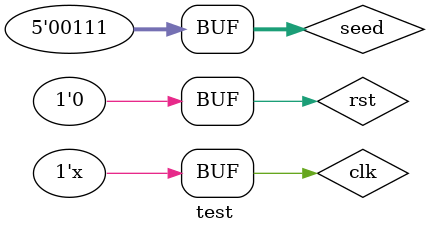
<source format=v>
`timescale 1ns / 1ps


module test;

	// Inputs
	reg clk;
	reg rst;
	reg [4:0] seed;

	// Outputs
	wire [4:0] data;

	// Instantiate the Unit Under Test (UUT)
	fib_lfsr uut (
		.clk(clk), 
		.rst(rst), 
		.data(data), 
		.seed(seed)
	);
	always begin #0.5 clk=~clk; end
	initial begin
		// Initialize Inputs
		clk = 0;
		rst = 0;
		seed = 0;

		// Wait 100 ns for global reset to finish
		#100;
      #1 seed = 5'b00111;
		#1 rst = 1'b1;
		#1 rst =1'b0;
		// Add stimulus here

	end
      
endmodule


</source>
